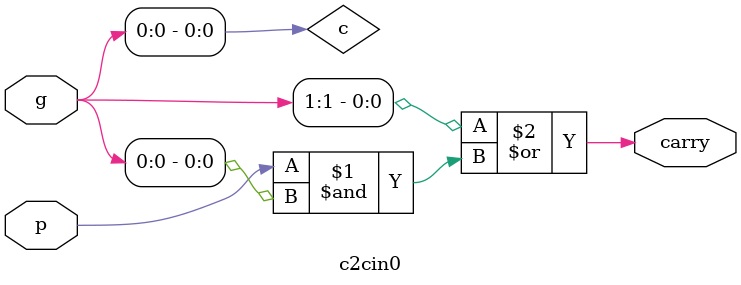
<source format=v>


// Unless required by applicable law or agreed to in writing, software
// distributed under the License is distributed on an "AS IS" BASIS,
// WITHOUT WARRANTIES OR CONDITIONS OF ANY KIND, either express or implied.
// See the License for the specific language governing permissions and
// limitations under the License.
//
//-----------------------------------------------------
// Design Name : c2cin0
// File Name   : c2cin0.v
// Function    : Carry Generate for Second Bit When CIN is 0
// Coder       : Jucemar Monteiro
//-----------------------------------------------------

module c2cin0 (g,p,carry);
	parameter n = 2;
	input  [n-1:0] g;
	input  [n-2:0] p;
	output  carry;
	
	wire [n-2:0]c;

	assign c[0]= g[0];
	assign carry= g[1] | (p[0] & c[0]);
endmodule

</source>
